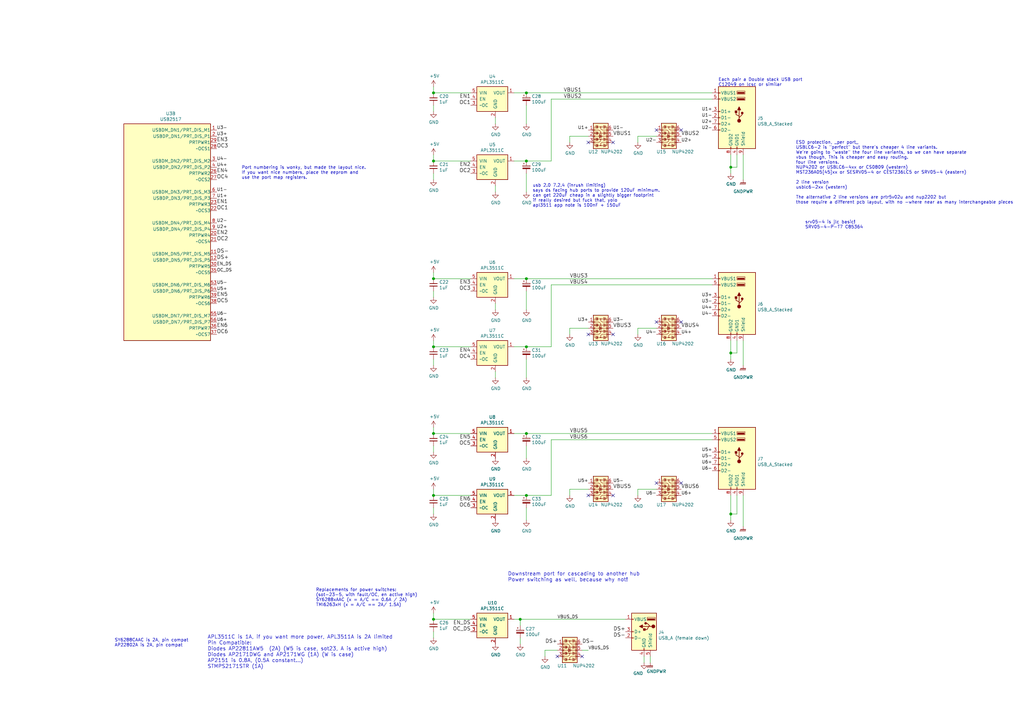
<source format=kicad_sch>
(kicad_sch (version 20211123) (generator eeschema)
  (paper "A3")
  (lib_symbols
    (symbol "Connector:USB_A" (pin_names (offset 1.016))
      (property "Reference" "J" (at -5.08 11.43 0))
      (property "Value" "USB_A" (at -5.08 8.89 0))
      (symbol "USB_A_0_1"
        (rectangle (start -5.08 -7.62) (end 5.08 7.62) (stroke (width 0.254)) (fill (type background)))
        (circle (center -3.81 2.159) (radius 0.635) (stroke (width 0.254)) (fill (type outline)))
        (rectangle (start -1.524 4.826) (end -4.318 5.334) (fill (type outline)))
        (rectangle (start -1.27 4.572) (end -4.572 5.842))
        (circle (center -0.635 3.429) (radius 0.381) (stroke (width 0.254)) (fill (type outline)))
        (rectangle (start -0.127 -7.62) (end 0.127 -6.858))
        (polyline (pts (xy -3.175 2.159) (xy -2.54 2.159) (xy -1.27 3.429) (xy -0.635 3.429)) (stroke (width 0.254)))
        (polyline (pts (xy -2.54 2.159) (xy -1.905 2.159) (xy -1.27 0.889) (xy 0 0.889)) (stroke (width 0.254)))
        (polyline (pts (xy 0.635 2.794) (xy 0.635 1.524) (xy 1.905 2.159) (xy 0.635 2.794)) (stroke (width 0.254)) (fill (type outline)))
        (rectangle (start 0.254 1.27) (end -0.508 0.508) (stroke (width 0.254)) (fill (type outline)))
        (rectangle (start 5.08 -2.667) (end 4.318 -2.413))
        (rectangle (start 5.08 -0.127) (end 4.318 0.127))
        (rectangle (start 5.08 4.953) (end 4.318 5.207))
      )
      (symbol "USB_A_1_1"
        (polyline (pts (xy -1.905 2.159) (xy 0.635 2.159)) (stroke (width 0.254)))
        (pin power_in line (at 7.62 5.08 180) (length 2.54) (name "VBUS") (number "1"))
        (pin bidirectional line (at 7.62 -2.54 180) (length 2.54) (name "D-") (number "2"))
        (pin bidirectional line (at 7.62 0 180) (length 2.54) (name "D+") (number "3"))
        (pin power_in line (at 0 -10.16 90) (length 2.54) (name "GND") (number "4"))
        (pin passive line (at -2.54 -10.16 90) (length 2.54) (name "Shield") (number "5"))
      )
    )
    (symbol "Connector:USB_A_Stacked" (pin_names (offset 1.016))
      (property "Reference" "J" (at 0 15.875 0))
      (property "Value" "USB_A_Stacked" (at 0 13.97 0))
      (symbol "USB_A_Stacked_0_1"
        (rectangle (start -7.62 12.7) (end 7.62 -12.7) (stroke (width 0.254)) (fill (type background)))
        (circle (center -2.159 1.905) (radius 0.381) (stroke (width 0.254)) (fill (type outline)))
        (circle (center -0.889 -1.27) (radius 0.635) (stroke (width 0.254)) (fill (type outline)))
        (rectangle (start -0.254 7.366) (end -3.048 7.874) (fill (type outline)))
        (rectangle (start -0.254 9.906) (end -3.048 10.414) (fill (type outline)))
        (rectangle (start -0.127 -12.7) (end 0.127 -11.938))
        (polyline (pts (xy -1.524 3.175) (xy -0.254 3.175) (xy -0.889 4.445) (xy -1.524 3.175)) (stroke (width 0.254)) (fill (type outline)))
        (polyline (pts (xy -0.889 -0.635) (xy -0.889 0) (xy -2.159 1.27) (xy -2.159 1.905)) (stroke (width 0.254)))
        (polyline (pts (xy -0.889 0) (xy -0.889 0.635) (xy 0.381 1.27) (xy 0.381 2.54)) (stroke (width 0.254)))
        (rectangle (start 0 2.794) (end 0.762 2.032) (stroke (width 0.254)) (fill (type outline)))
        (rectangle (start 0 7.112) (end -3.302 8.382))
        (rectangle (start 0 9.652) (end -3.302 10.922))
        (rectangle (start 2.413 -12.7) (end 2.667 -11.938))
        (rectangle (start 7.62 -5.207) (end 6.858 -4.953))
        (rectangle (start 7.62 -2.667) (end 6.858 -2.413))
        (rectangle (start 7.62 -0.127) (end 6.858 0.127))
        (rectangle (start 7.62 2.413) (end 6.858 2.667))
        (rectangle (start 7.62 7.493) (end 6.858 7.747))
        (rectangle (start 7.62 10.033) (end 6.858 10.287))
      )
      (symbol "USB_A_Stacked_1_1"
        (polyline (pts (xy -0.889 0.635) (xy -0.889 3.175)) (stroke (width 0.254)))
        (pin power_in line (at 10.16 10.16 180) (length 2.54) (name "VBUS1") (number "1"))
        (pin bidirectional line (at 10.16 0 180) (length 2.54) (name "D1-") (number "2"))
        (pin bidirectional line (at 10.16 2.54 180) (length 2.54) (name "D1+") (number "3"))
        (pin power_in line (at 0 -15.24 90) (length 2.54) (name "GND1") (number "4"))
        (pin power_in line (at 10.16 7.62 180) (length 2.54) (name "VBUS2") (number "5"))
        (pin bidirectional line (at 10.16 -5.08 180) (length 2.54) (name "D2-") (number "6"))
        (pin bidirectional line (at 10.16 -2.54 180) (length 2.54) (name "D2+") (number "7"))
        (pin power_in line (at 2.54 -15.24 90) (length 2.54) (name "GND2") (number "8"))
        (pin passive line (at -2.54 -15.24 90) (length 2.54) (name "Shield") (number "9"))
      )
    )
    (symbol "Device:C_Polarized_Small" (pin_numbers hide) (pin_names (offset 0.254) hide)
      (property "Reference" "C" (at 0.254 1.778 0))
      (property "Value" "C_Polarized_Small" (at 0.254 -2.032 0))
      (symbol "C_Polarized_Small_0_1"
        (rectangle (start -1.524 -0.3048) (end 1.524 -0.6858) (fill (type outline)))
        (rectangle (start -1.524 0.6858) (end 1.524 0.3048))
        (polyline (pts (xy -1.27 1.524) (xy -0.762 1.524)))
        (polyline (pts (xy -1.016 1.27) (xy -1.016 1.778)))
      )
      (symbol "C_Polarized_Small_1_1"
        (pin passive line (at 0 2.54 270) (length 1.8542) (name "~") (number "1"))
        (pin passive line (at 0 -2.54 90) (length 1.8542) (name "~") (number "2"))
      )
    )
    (symbol "Device:C_Small" (pin_numbers hide) (pin_names (offset 0.254) hide)
      (property "Reference" "C" (at 0.254 1.778 0))
      (property "Value" "C_Small" (at 0.254 -2.032 0))
      (symbol "C_Small_0_1"
        (polyline (pts (xy -1.524 -0.508) (xy 1.524 -0.508)) (stroke (width 0.3302)))
        (polyline (pts (xy -1.524 0.508) (xy 1.524 0.508)) (stroke (width 0.3048)))
      )
      (symbol "C_Small_1_1"
        (pin passive line (at 0 2.54 270) (length 2.032) (name "~") (number "1"))
        (pin passive line (at 0 -2.54 90) (length 2.032) (name "~") (number "2"))
      )
    )
    (symbol "Interface_USB:USB2517" (pin_names (offset 0.002))
      (property "Reference" "U" (at -17.78 45.72 0))
      (property "Value" "USB2517" (at 17.78 45.72 0))
      (symbol "USB2517_1_1"
        (rectangle (start -20.32 35.56) (end 22.86 -38.1) (stroke (width 0.254)) (fill (type background)))
        (pin power_in line (at 5.08 38.1 270) (length 2.54) (name "VDDA33") (number "10"))
        (pin input line (at -22.86 -2.54 0) (length 2.54) (name "CFG_SEL2") (number "13"))
        (pin bidirectional line (at 25.4 7.62 180) (length 2.54) (name "~LED_B7") (number "14"))
        (pin bidirectional line (at 25.4 -17.78 180) (length 2.54) (name "~LED_A7~/PRT_SWP7") (number "15"))
        (pin bidirectional line (at 25.4 10.16 180) (length 2.54) (name "~LED_B6") (number "16"))
        (pin bidirectional line (at 25.4 -15.24 180) (length 2.54) (name "~LED_A6~/PRT_SWP6") (number "17"))
        (pin bidirectional line (at 25.4 12.7 180) (length 2.54) (name "~LED_B5") (number "18"))
        (pin input line (at 25.4 -33.02 180) (length 2.54) (name "TEST") (number "19"))
        (pin power_in line (at -5.08 38.1 270) (length 2.54) (name "VDD33CR") (number "24"))
        (pin power_out line (at 25.4 -25.4 180) (length 2.54) (name "VDD18") (number "25"))
        (pin bidirectional line (at 25.4 -12.7 180) (length 2.54) (name "~LED_A5~/PRT_SWP5") (number "31"))
        (pin bidirectional line (at 25.4 15.24 180) (length 2.54) (name "~LED_B4") (number "32"))
        (pin bidirectional line (at 25.4 -10.16 180) (length 2.54) (name "~LED_A4~/PRT_SWP4") (number "33"))
        (pin bidirectional line (at 25.4 17.78 180) (length 2.54) (name "~LED_B3~/GANG_EN") (number "34"))
        (pin bidirectional line (at -22.86 5.08 0) (length 2.54) (name "SDA/SMBDATA/NON_REM1") (number "40"))
        (pin bidirectional line (at -22.86 2.54 0) (length 2.54) (name "SCL/SMBCLK/CFG_SEL0") (number "41"))
        (pin bidirectional line (at -22.86 0 0) (length 2.54) (name "HS_IND/CFG_SEL1") (number "42"))
        (pin input line (at -22.86 -33.02 0) (length 2.54) (name "~RESET") (number "43"))
        (pin input line (at -22.86 22.86 0) (length 2.54) (name "VBUS_DET") (number "44"))
        (pin bidirectional line (at -22.86 7.62 0) (length 2.54) (name "SUSP_IND/LOCAL_PWR/NON_REM0") (number "45"))
        (pin power_in line (at 15.24 38.1 270) (length 2.54) (name "VDD33") (number "46"))
        (pin bidirectional line (at 25.4 -7.62 180) (length 2.54) (name "~LED_A3~/PRT_SWP3") (number "47"))
        (pin bidirectional line (at 25.4 20.32 180) (length 2.54) (name "~LED_B2~/BOOST1") (number "48"))
        (pin bidirectional line (at 25.4 -5.08 180) (length 2.54) (name "~LED_A2~/PRT_SWP2") (number "49"))
        (pin power_in line (at 2.54 38.1 270) (length 2.54) (name "VDDA33") (number "5"))
        (pin bidirectional line (at 25.4 22.86 180) (length 2.54) (name "~LED_B1~/BOOST0") (number "50"))
        (pin bidirectional line (at 25.4 -2.54 180) (length 2.54) (name "~LED_A1~/PRT_SWP1") (number "51"))
        (pin power_in line (at 7.62 38.1 270) (length 2.54) (name "VDDA33") (number "52"))
        (pin power_in line (at 10.16 38.1 270) (length 2.54) (name "VDDA33") (number "57"))
        (pin bidirectional line (at -22.86 17.78 0) (length 2.54) (name "USBDM_UP") (number "58"))
        (pin bidirectional line (at -22.86 15.24 0) (length 2.54) (name "USBDP_UP") (number "59"))
        (pin output line (at -22.86 -20.32 0) (length 2.54) (name "XTAL2") (number "60"))
        (pin input clock (at -22.86 -12.7 0) (length 2.54) (name "XTAL1/CLKIN") (number "61"))
        (pin power_out line (at 25.4 -22.86 180) (length 2.54) (name "VDD18PLL") (number "62"))
        (pin input line (at 25.4 -30.48 180) (length 2.54) (name "RBIAS") (number "63"))
        (pin power_in line (at -2.54 38.1 270) (length 2.54) (name "VDD33PLL") (number "64"))
        (pin power_in line (at 0 -40.64 90) (length 2.54) (name "VSS") (number "65"))
      )
      (symbol "USB2517_2_1"
        (rectangle (start 17.78 43.18) (end -17.78 -45.72) (stroke (width 0.254)) (fill (type background)))
        (pin bidirectional line (at 20.32 40.64 180) (length 2.54) (name "USBDM_DN1/PRT_DIS_M1") (number "1"))
        (pin bidirectional line (at 20.32 -10.16 180) (length 2.54) (name "USBDM_DN5/PRT_DIS_M5") (number "11"))
        (pin bidirectional line (at 20.32 -12.7 180) (length 2.54) (name "USBDP_DN5/PRT_DIS_P5") (number "12"))
        (pin bidirectional line (at 20.32 38.1 180) (length 2.54) (name "USBDP_DN1/PRT_DIS_P1") (number "2"))
        (pin bidirectional line (at 20.32 -2.54 180) (length 2.54) (name "PRTPWR4") (number "20"))
        (pin input line (at 20.32 -5.08 180) (length 2.54) (name "~OCS4") (number "21"))
        (pin input line (at 20.32 7.62 180) (length 2.54) (name "~OCS3") (number "22"))
        (pin bidirectional line (at 20.32 10.16 180) (length 2.54) (name "PRTPWR3") (number "23"))
        (pin bidirectional line (at 20.32 22.86 180) (length 2.54) (name "PRTPWR2") (number "26"))
        (pin input line (at 20.32 20.32 180) (length 2.54) (name "~OCS2") (number "27"))
        (pin input line (at 20.32 33.02 180) (length 2.54) (name "~OCS1") (number "28"))
        (pin bidirectional line (at 20.32 35.56 180) (length 2.54) (name "PRTPWR1") (number "29"))
        (pin bidirectional line (at 20.32 27.94 180) (length 2.54) (name "USBDM_DN2/PRT_DIS_M2") (number "3"))
        (pin bidirectional line (at 20.32 -15.24 180) (length 2.54) (name "PRTPWR5") (number "30"))
        (pin input line (at 20.32 -17.78 180) (length 2.54) (name "~OCS5") (number "35"))
        (pin bidirectional line (at 20.32 -40.64 180) (length 2.54) (name "PRTPWR7") (number "36"))
        (pin input line (at 20.32 -43.18 180) (length 2.54) (name "~OCS7") (number "37"))
        (pin input line (at 20.32 -30.48 180) (length 2.54) (name "~OCS6") (number "38"))
        (pin bidirectional line (at 20.32 -27.94 180) (length 2.54) (name "PRTPWR6") (number "39"))
        (pin bidirectional line (at 20.32 25.4 180) (length 2.54) (name "USBDP_DN2/PRT_DIS_P2") (number "4"))
        (pin bidirectional line (at 20.32 -22.86 180) (length 2.54) (name "USBDM_DN6/PRT_DIS_M6") (number "53"))
        (pin bidirectional line (at 20.32 -25.4 180) (length 2.54) (name "USBDP_DN6/PRT_DIS_P6") (number "54"))
        (pin bidirectional line (at 20.32 -35.56 180) (length 2.54) (name "USBDM_DN7/PRT_DIS_M7") (number "55"))
        (pin bidirectional line (at 20.32 -38.1 180) (length 2.54) (name "USBDP_DN7/PRT_DIS_P7") (number "56"))
        (pin bidirectional line (at 20.32 15.24 180) (length 2.54) (name "USBDM_DN3/PRT_DIS_M3") (number "6"))
        (pin bidirectional line (at 20.32 12.7 180) (length 2.54) (name "USBDP_DN3/PRT_DIS_P3") (number "7"))
        (pin bidirectional line (at 20.32 2.54 180) (length 2.54) (name "USBDM_DN4/PRT_DIS_M4") (number "8"))
        (pin bidirectional line (at 20.32 0 180) (length 2.54) (name "USBDP_DN4/PRT_DIS_P4") (number "9"))
      )
    )
    (symbol "Power_Management:APL3511C" (pin_names (offset 1.016))
      (property "Reference" "U" (at 7.62 6.35 0))
      (property "Value" "APL3511C" (at 0 6.35 0))
      (symbol "APL3511C_0_1"
        (rectangle (start -5.08 5.08) (end 7.62 -5.08) (stroke (width 0.254)) (fill (type background)))
      )
      (symbol "APL3511C_1_1"
        (pin power_out line (at 10.16 2.54 180) (length 2.54) (name "VOUT") (number "1"))
        (pin power_in line (at 2.54 -7.62 90) (length 2.54) (name "GND") (number "2"))
        (pin output line (at -7.62 -2.54 0) (length 2.54) (name "~OC") (number "3"))
        (pin input line (at -7.62 0 0) (length 2.54) (name "EN") (number "4"))
        (pin power_in line (at -7.62 2.54 0) (length 2.54) (name "VIN") (number "5"))
      )
    )
    (symbol "Power_Protection:NUP4202"
      (property "Reference" "U" (at -6.985 -2.54 0))
      (property "Value" "NUP4202" (at 6.35 1.27 90))
      (symbol "NUP4202_0_1"
        (rectangle (start -5.334 3.048) (end 5.08 -3.048) (stroke (width 0.254)) (fill (type background)))
        (circle (center -3.81 0) (radius 0.127))
        (circle (center -3.81 0) (radius 0.127))
        (circle (center -1.27 -2.54) (radius 0.127))
        (circle (center -1.27 -2.54) (radius 0.127))
        (circle (center -1.27 0) (radius 0.127))
        (circle (center -1.27 0) (radius 0.127))
        (circle (center -1.27 2.54) (radius 0.127))
        (circle (center -1.27 2.54) (radius 0.127))
        (circle (center 0 -2.54) (radius 0.127))
        (circle (center 0 -2.54) (radius 0.127))
        (polyline (pts (xy -4.445 -1.27) (xy -3.175 -1.27)))
        (polyline (pts (xy -4.445 -1.27) (xy -3.175 -1.27)))
        (polyline (pts (xy -4.445 1.905) (xy -3.175 1.905)))
        (polyline (pts (xy -3.81 -2.54) (xy -3.81 -0.635)))
        (polyline (pts (xy -3.81 -2.54) (xy 3.81 -2.54)))
        (polyline (pts (xy -3.81 -0.635) (xy -3.81 0.635)))
        (polyline (pts (xy -3.81 0.635) (xy -3.81 2.54)))
        (polyline (pts (xy -3.81 2.54) (xy 3.81 2.54)))
        (polyline (pts (xy -3.81 2.54) (xy 3.81 2.54)))
        (polyline (pts (xy -1.905 -1.27) (xy -0.635 -1.27)))
        (polyline (pts (xy -1.905 -1.27) (xy -0.635 -1.27)))
        (polyline (pts (xy -1.905 1.905) (xy -0.635 1.905)))
        (polyline (pts (xy -1.27 -2.54) (xy -1.27 -0.635)))
        (polyline (pts (xy -1.27 -2.54) (xy -1.27 -0.635)))
        (polyline (pts (xy -1.27 0.635) (xy -1.27 -0.635)))
        (polyline (pts (xy -1.27 0.635) (xy -1.27 2.54)))
        (polyline (pts (xy 0 -0.889) (xy 0 -3.81)))
        (polyline (pts (xy 0 -0.889) (xy 0 1.016)))
        (polyline (pts (xy 0 -0.889) (xy 0 1.016)))
        (polyline (pts (xy 0 1.016) (xy 0 3.81)))
        (polyline (pts (xy 0.635 -1.27) (xy 1.905 -1.27)))
        (polyline (pts (xy 0.635 -1.27) (xy 1.905 -1.27)))
        (polyline (pts (xy 0.635 1.905) (xy 1.905 1.905)))
        (polyline (pts (xy 1.27 -2.54) (xy 1.27 -0.635)))
        (polyline (pts (xy 1.27 -2.54) (xy 1.27 -0.635)))
        (polyline (pts (xy 1.27 0.635) (xy 1.27 -0.635)))
        (polyline (pts (xy 1.27 0.635) (xy 1.27 2.54)))
        (polyline (pts (xy 3.175 -1.27) (xy 4.445 -1.27)))
        (polyline (pts (xy 3.175 -1.27) (xy 4.445 -1.27)))
        (polyline (pts (xy 3.175 1.905) (xy 4.445 1.905)))
        (polyline (pts (xy 3.81 -2.54) (xy 3.81 -0.635)))
        (polyline (pts (xy 3.81 0.635) (xy 3.81 -0.635)))
        (polyline (pts (xy 3.81 0.635) (xy 3.81 2.54)))
        (polyline (pts (xy 0.762 0.254) (xy -0.762 0.254) (xy -0.762 0)))
        (polyline (pts (xy -4.445 -1.905) (xy -3.175 -1.905) (xy -3.81 -1.27) (xy -4.445 -1.905)))
        (polyline (pts (xy -4.445 1.27) (xy -3.175 1.27) (xy -3.81 1.905) (xy -4.445 1.27)))
        (polyline (pts (xy -2.54 -3.81) (xy -2.54 -0.762) (xy -1.905 0) (xy -1.27 0)))
        (polyline (pts (xy -2.54 3.81) (xy -2.54 0.635) (xy -3.048 0) (xy -3.937 0)))
        (polyline (pts (xy -1.905 -1.905) (xy -0.635 -1.905) (xy -1.27 -1.27) (xy -1.905 -1.905)))
        (polyline (pts (xy -1.905 1.27) (xy -0.635 1.27) (xy -1.27 1.905) (xy -1.905 1.27)))
        (polyline (pts (xy -0.762 -0.508) (xy 0.762 -0.508) (xy 0 0.254) (xy -0.762 -0.508)))
        (polyline (pts (xy -0.762 -0.508) (xy 0.762 -0.508) (xy 0 0.254) (xy -0.762 -0.508)))
        (polyline (pts (xy 0.635 -1.905) (xy 1.905 -1.905) (xy 1.27 -1.27) (xy 0.635 -1.905)))
        (polyline (pts (xy 0.635 1.27) (xy 1.905 1.27) (xy 1.27 1.905) (xy 0.635 1.27)))
        (polyline (pts (xy 2.54 -3.81) (xy 2.54 -0.762) (xy 1.905 0) (xy 1.143 0)))
        (polyline (pts (xy 2.54 3.81) (xy 2.54 0.508) (xy 2.921 0) (xy 3.81 0)))
        (polyline (pts (xy 3.175 -1.905) (xy 4.445 -1.905) (xy 3.81 -1.27) (xy 3.175 -1.905)))
        (polyline (pts (xy 3.175 1.27) (xy 4.445 1.27) (xy 3.81 1.905) (xy 3.175 1.27)))
        (circle (center 0 2.54) (radius 0.127))
        (circle (center 0 2.54) (radius 0.127))
        (circle (center 1.27 -2.54) (radius 0.127))
        (circle (center 1.27 -2.54) (radius 0.127))
        (circle (center 1.27 0) (radius 0.127))
        (circle (center 1.27 0) (radius 0.127))
        (circle (center 1.27 2.54) (radius 0.127))
        (circle (center 1.27 2.54) (radius 0.127))
        (circle (center 3.81 0) (radius 0.127))
        (circle (center 3.81 0) (radius 0.127))
      )
      (symbol "NUP4202_1_1"
        (pin passive line (at -2.54 -5.08 90) (length 2.54) (name "~") (number "1"))
        (pin passive line (at 0 -5.08 90) (length 2.54) (name "~") (number "2"))
        (pin passive line (at 2.54 -5.08 90) (length 2.54) (name "~") (number "3"))
        (pin passive line (at 2.54 5.08 270) (length 2.54) (name "~") (number "4"))
        (pin passive line (at 0 5.08 270) (length 2.54) (name "~") (number "5"))
        (pin passive line (at -2.54 5.08 270) (length 2.54) (name "~") (number "6"))
      )
    )
    (symbol "power:+5V" (power) (pin_names (offset 0))
      (property "Value" "+5V" (at 0 3.556 0))
      (symbol "+5V_0_1"
        (polyline (pts (xy -0.762 1.27) (xy 0 2.54)))
        (polyline (pts (xy 0 0) (xy 0 2.54)))
        (polyline (pts (xy 0 2.54) (xy 0.762 1.27)))
      )
      (symbol "+5V_1_1"
        (pin power_in line (at 0 0 90) (length 0) hide (name "+5V") (number "1"))
      )
    )
    (symbol "power:GND" (power) (pin_names (offset 0))
      (property "Value" "GND" (at 0 -3.81 0))
      (symbol "GND_0_1"
        (polyline (pts (xy 0 0) (xy 0 -1.27) (xy 1.27 -1.27) (xy 0 -2.54) (xy -1.27 -1.27) (xy 0 -1.27)))
      )
      (symbol "GND_1_1"
        (pin power_in line (at 0 0 270) (length 0) hide (name "GND") (number "1"))
      )
    )
    (symbol "power:GNDPWR" (power) (pin_names (offset 0))
      (property "Value" "GNDPWR" (at 0 -3.302 0))
      (symbol "GNDPWR_0_1"
        (polyline (pts (xy 0 -1.27) (xy 0 0)))
        (polyline (pts (xy -1.016 -1.27) (xy -1.27 -2.032) (xy -1.27 -2.032)) (stroke (width 0.2032)))
        (polyline (pts (xy -0.508 -1.27) (xy -0.762 -2.032) (xy -0.762 -2.032)) (stroke (width 0.2032)))
        (polyline (pts (xy 0 -1.27) (xy -0.254 -2.032) (xy -0.254 -2.032)) (stroke (width 0.2032)))
        (polyline (pts (xy 0.508 -1.27) (xy 0.254 -2.032) (xy 0.254 -2.032)) (stroke (width 0.2032)))
        (polyline (pts (xy 1.016 -1.27) (xy -1.016 -1.27) (xy -1.016 -1.27)) (stroke (width 0.2032)))
        (polyline (pts (xy 1.016 -1.27) (xy 0.762 -2.032) (xy 0.762 -2.032) (xy 0.762 -2.032)) (stroke (width 0.2032)))
      )
      (symbol "GNDPWR_1_1"
        (pin power_in line (at 0 0 270) (length 0) hide (name "GNDPWR") (number "1"))
      )
    )
  )
  (junction (at 177.8 38.1) (diameter 1.016))
  (junction (at 177.8 142.24) (diameter 1.016))
  (junction (at 177.8 203.2) (diameter 1.016))
  (junction (at 299.72 144.78) (diameter 1.016))
  (junction (at 215.9 38.1) (diameter 1.016))
  (junction (at 215.9 142.24) (diameter 1.016))
  (junction (at 177.8 66.04) (diameter 1.016))
  (junction (at 299.72 68.58) (diameter 1.016))
  (junction (at 299.72 210.82) (diameter 1.016))
  (junction (at 215.9 66.04) (diameter 1.016))
  (junction (at 177.8 177.8) (diameter 1.016))
  (junction (at 215.9 114.3) (diameter 1.016))
  (junction (at 177.8 254) (diameter 1.016))
  (junction (at 215.9 203.2) (diameter 1.016))
  (junction (at 213.36 254) (diameter 1.016))
  (junction (at 215.9 177.8) (diameter 1.016))
  (junction (at 177.8 114.3) (diameter 1.016))
  (no_connect (at 279.4 132.08))
  (no_connect (at 279.4 198.12))
  (no_connect (at 251.46 203.2))
  (no_connect (at 251.46 137.16))
  (no_connect (at 251.46 58.42))
  (no_connect (at 279.4 53.34))
  (no_connect (at 241.3 203.2))
  (no_connect (at 238.76 269.24))
  (no_connect (at 241.3 137.16))
  (no_connect (at 269.24 198.12))
  (no_connect (at 269.24 132.08))
  (no_connect (at 269.24 53.34))
  (no_connect (at 228.6 269.24))
  (no_connect (at 241.3 58.42))
  (wire (pts (xy 299.72 213.36) (xy 299.72 210.82)))
  (wire (pts (xy 210.82 38.1) (xy 215.9 38.1)))
  (wire (pts (xy 215.9 38.1) (xy 292.1 38.1)))
  (wire (pts (xy 215.9 43.18) (xy 215.9 50.8)))
  (wire (pts (xy 226.06 40.64) (xy 226.06 66.04)))
  (wire (pts (xy 302.26 144.78) (xy 299.72 144.78)))
  (wire (pts (xy 177.8 203.2) (xy 193.04 203.2)))
  (wire (pts (xy 210.82 203.2) (xy 215.9 203.2)))
  (wire (pts (xy 215.9 203.2) (xy 226.06 203.2)))
  (wire (pts (xy 203.2 124.46) (xy 203.2 127)))
  (wire (pts (xy 223.52 266.7) (xy 223.52 269.24)))
  (wire (pts (xy 215.9 208.28) (xy 215.9 213.36)))
  (wire (pts (xy 302.26 68.58) (xy 299.72 68.58)))
  (wire (pts (xy 304.8 139.7) (xy 304.8 149.86)))
  (wire (pts (xy 241.3 134.62) (xy 233.68 134.62)))
  (wire (pts (xy 177.8 66.04) (xy 177.8 63.5)))
  (wire (pts (xy 193.04 66.04) (xy 177.8 66.04)))
  (wire (pts (xy 203.2 154.94) (xy 203.2 152.4)))
  (wire (pts (xy 203.2 78.74) (xy 203.2 76.2)))
  (wire (pts (xy 304.8 63.5) (xy 304.8 73.66)))
  (wire (pts (xy 215.9 182.88) (xy 215.9 187.96)))
  (wire (pts (xy 238.76 266.7) (xy 241.3 266.7)))
  (wire (pts (xy 261.62 134.62) (xy 261.62 137.16)))
  (wire (pts (xy 302.26 139.7) (xy 302.26 144.78)))
  (wire (pts (xy 177.8 147.32) (xy 177.8 149.86)))
  (wire (pts (xy 215.9 119.38) (xy 215.9 127)))
  (wire (pts (xy 269.24 55.88) (xy 261.62 55.88)))
  (wire (pts (xy 269.24 134.62) (xy 261.62 134.62)))
  (wire (pts (xy 269.24 200.66) (xy 261.62 200.66)))
  (wire (pts (xy 177.8 254) (xy 193.04 254)))
  (wire (pts (xy 177.8 208.28) (xy 177.8 210.82)))
  (wire (pts (xy 177.8 182.88) (xy 177.8 185.42)))
  (wire (pts (xy 177.8 43.18) (xy 177.8 45.72)))
  (wire (pts (xy 266.7 269.24) (xy 266.7 271.78)))
  (wire (pts (xy 226.06 116.84) (xy 292.1 116.84)))
  (wire (pts (xy 210.82 142.24) (xy 215.9 142.24)))
  (wire (pts (xy 215.9 142.24) (xy 226.06 142.24)))
  (wire (pts (xy 213.36 261.62) (xy 213.36 264.16)))
  (wire (pts (xy 203.2 48.26) (xy 203.2 50.8)))
  (wire (pts (xy 177.8 259.08) (xy 177.8 261.62)))
  (wire (pts (xy 226.06 116.84) (xy 226.06 142.24)))
  (wire (pts (xy 213.36 254) (xy 256.54 254)))
  (wire (pts (xy 177.8 177.8) (xy 193.04 177.8)))
  (wire (pts (xy 233.68 200.66) (xy 233.68 203.2)))
  (wire (pts (xy 241.3 55.88) (xy 233.68 55.88)))
  (wire (pts (xy 210.82 177.8) (xy 215.9 177.8)))
  (wire (pts (xy 215.9 177.8) (xy 292.1 177.8)))
  (wire (pts (xy 177.8 175.26) (xy 177.8 177.8)))
  (wire (pts (xy 215.9 71.12) (xy 215.9 78.74)))
  (wire (pts (xy 177.8 35.56) (xy 177.8 38.1)))
  (wire (pts (xy 302.26 203.2) (xy 302.26 210.82)))
  (wire (pts (xy 177.8 111.76) (xy 177.8 114.3)))
  (wire (pts (xy 215.9 147.32) (xy 215.9 154.94)))
  (wire (pts (xy 177.8 38.1) (xy 193.04 38.1)))
  (wire (pts (xy 210.82 66.04) (xy 215.9 66.04)))
  (wire (pts (xy 215.9 66.04) (xy 226.06 66.04)))
  (wire (pts (xy 226.06 180.34) (xy 292.1 180.34)))
  (wire (pts (xy 261.62 55.88) (xy 261.62 58.42)))
  (wire (pts (xy 302.26 210.82) (xy 299.72 210.82)))
  (wire (pts (xy 177.8 119.38) (xy 177.8 121.92)))
  (wire (pts (xy 233.68 134.62) (xy 233.68 137.16)))
  (wire (pts (xy 177.8 251.46) (xy 177.8 254)))
  (wire (pts (xy 299.72 71.12) (xy 299.72 68.58)))
  (wire (pts (xy 210.82 114.3) (xy 215.9 114.3)))
  (wire (pts (xy 241.3 200.66) (xy 233.68 200.66)))
  (wire (pts (xy 226.06 40.64) (xy 292.1 40.64)))
  (wire (pts (xy 177.8 71.12) (xy 177.8 73.66)))
  (wire (pts (xy 177.8 139.7) (xy 177.8 142.24)))
  (wire (pts (xy 304.8 203.2) (xy 304.8 215.9)))
  (wire (pts (xy 299.72 147.32) (xy 299.72 144.78)))
  (wire (pts (xy 215.9 114.3) (xy 292.1 114.3)))
  (wire (pts (xy 177.8 114.3) (xy 193.04 114.3)))
  (wire (pts (xy 177.8 200.66) (xy 177.8 203.2)))
  (wire (pts (xy 302.26 63.5) (xy 302.26 68.58)))
  (wire (pts (xy 213.36 254) (xy 213.36 256.54)))
  (wire (pts (xy 210.82 254) (xy 213.36 254)))
  (wire (pts (xy 264.16 269.24) (xy 264.16 271.78)))
  (wire (pts (xy 226.06 180.34) (xy 226.06 203.2)))
  (wire (pts (xy 299.72 68.58) (xy 299.72 63.5)))
  (wire (pts (xy 261.62 200.66) (xy 261.62 203.2)))
  (wire (pts (xy 233.68 55.88) (xy 233.68 58.42)))
  (wire (pts (xy 228.6 266.7) (xy 223.52 266.7)))
  (wire (pts (xy 177.8 142.24) (xy 193.04 142.24)))
  (wire (pts (xy 299.72 144.78) (xy 299.72 139.7)))
  (wire (pts (xy 299.72 210.82) (xy 299.72 203.2)))
  (text "Downstream port for cascading to another hub\nPower switching as well, because why not!" (at 208.28 238.76 0) (effects (font (size 1.499 1.499)) (justify left bottom)))
  (text "srv05-4 is jlc basic!\nSRV05-4-P-T7 C85364\n" (at 330.2 93.98 0) (effects (font (size 1.27 1.27)) (justify left bottom)))
  (text "usb 2.0 7.2.4 (inrush limiting)\nsays ds facing hub ports to provide 120uF minimum.\ncan get 220uF cheap in a slightly bigger footprint\nif really desired but fuck that, yolo\napl3511 app note is 100nF + 150uF " (at 218.44 85.09 0) (effects (font (size 1.27 1.27)) (justify left bottom)))
  (text "Each pair a Double stack USB port\nC12049 on lcsc or similar" (at 294.64 35.56 0) (effects (font (size 1.27 1.27)) (justify left bottom)))
  (text "Replacements for power switches:\n(sot-23-5, with fault/OC, en active high)\nSY6288xAAC (x = A/C == 0.6A / 2A)\nTMI6263xH (x = A/C == 2A/ 1.5A)" (at 129.54 248.92 0) (effects (font (size 1.27 1.27)) (justify left bottom)))
  (text "SY6288CAAC is 2A, pin compat\nAP22802A is 2A, pin compat	\n" (at 46.99 265.43 0) (effects (font (size 1.27 1.27)) (justify left bottom)))
  (text "APL3511C is 1A, if you want more power, APL3511A is 2A limited\nPin Compatible:\nDiodes AP22811AW5  (2A) (W5 is case, sot23, A is active high)\nDiodes AP2171DWG and AP2171WG (1A) (W is case)\nAP2151 is 0.8A, (0.5A constant...)\nSTMPS2171STR (1A)\n" (at 85.09 274.32 0) (effects (font (size 1.4986 1.4986)) (justify left bottom)))
  (text "ESD protection, _per port_\nUSBLC6-2 is \"perfect\" but there's cheaper 4 line variants.\nWe're going to \"waste\" the four line variants, so we can have separate\nvbus though, This is cheaper and easy routing.\nfour line versions. \nNUP4202 or USBLC6-4xx or CS0809 (western)\nMST236A05[45]xx or SESRV05-4 or CEST236LC5 or SRV05-4 (eastern)\n\n2 line version\nusblc6-2xx (western)\n\nThe alternative 2 line versions are prtr5v02u and nup2202 but \nthose require a different pcb layout, with no -where near as many interchangeable pieces" (at 326.39 83.82 0) (effects (font (size 1.27 1.27)) (justify left bottom)))
  (text "Port numbering is wonky, but made the layout nice.\nIf you want nice numbers, place the eeprom and\nuse the port map registers." (at 99.06 73.66 0) (effects (font (size 1.27 1.27)) (justify left bottom)))
  (label "VBUS_DS" (at 228.6 254 0))
  (label "EN4" (at 193.04 144.78 180) (effects (font (size 1.4986 1.4986))))
  (label "VBUS6" (at 279.4 200.66 0) (effects (font (size 1.4986 1.4986))))
  (label "U4+" (at 292.1 127 180))
  (label "U2-" (at 88.9 91.44 0))
  (label "EN3" (at 193.04 116.84 180) (effects (font (size 1.4986 1.4986))))
  (label "U1-" (at 292.1 48.26 180))
  (label "EN6" (at 193.04 205.74 180) (effects (font (size 1.4986 1.4986))))
  (label "U1-" (at 251.46 53.34 0))
  (label "U1+" (at 241.3 53.34 180))
  (label "DS+" (at 256.54 259.08 180) (effects (font (size 1.4986 1.4986))))
  (label "U4-" (at 292.1 129.54 180))
  (label "U3+" (at 241.3 132.08 180))
  (label "U2-" (at 292.1 53.34 180))
  (label "U2+" (at 292.1 50.8 180))
  (label "OC6" (at 88.9 137.16 0) (effects (font (size 1.4986 1.4986))))
  (label "U3+" (at 292.1 121.92 180))
  (label "OC_DS" (at 193.04 259.08 180) (effects (font (size 1.499 1.499))))
  (label "VBUS1" (at 251.46 55.88 0) (effects (font (size 1.4986 1.4986))))
  (label "VBUS2" (at 279.4 55.88 0) (effects (font (size 1.4986 1.4986))))
  (label "VBUS3" (at 251.46 134.62 0) (effects (font (size 1.4986 1.4986))))
  (label "OC4" (at 193.04 147.32 180) (effects (font (size 1.4986 1.4986))))
  (label "EN4" (at 88.9 71.12 0) (effects (font (size 1.4986 1.4986))))
  (label "DS-" (at 238.76 264.16 0) (effects (font (size 1.4986 1.4986))))
  (label "U2+" (at 88.9 93.98 0))
  (label "VBUS6" (at 233.68 180.34 0) (effects (font (size 1.4986 1.4986))))
  (label "OC2" (at 193.04 71.12 180) (effects (font (size 1.4986 1.4986))))
  (label "U6+" (at 88.9 132.08 0))
  (label "U6-" (at 88.9 129.54 0))
  (label "U2-" (at 269.24 58.42 180))
  (label "OC5" (at 88.9 124.46 0) (effects (font (size 1.4986 1.4986))))
  (label "VBUS5" (at 251.46 200.66 0) (effects (font (size 1.4986 1.4986))))
  (label "OC4" (at 88.9 73.66 0) (effects (font (size 1.4986 1.4986))))
  (label "OC3" (at 88.9 60.96 0) (effects (font (size 1.4986 1.4986))))
  (label "EN3" (at 88.9 58.42 0) (effects (font (size 1.4986 1.4986))))
  (label "VBUS4" (at 279.4 134.62 0) (effects (font (size 1.4986 1.4986))))
  (label "U6+" (at 292.1 190.5 180))
  (label "EN5" (at 88.9 121.92 0) (effects (font (size 1.4986 1.4986))))
  (label "U5+" (at 241.3 198.12 180))
  (label "DS+" (at 88.9 106.68 0) (effects (font (size 1.4986 1.4986))))
  (label "U6+" (at 279.4 203.2 0))
  (label "U3-" (at 251.46 132.08 0))
  (label "U1+" (at 292.1 45.72 180))
  (label "VBUS3" (at 233.68 114.3 0) (effects (font (size 1.4986 1.4986))))
  (label "VBUS_DS" (at 241.3 266.7 0))
  (label "EN2" (at 88.9 96.52 0) (effects (font (size 1.4986 1.4986))))
  (label "OC_DS" (at 88.9 111.76 0))
  (label "VBUS1" (at 231.14 38.1 0) (effects (font (size 1.4986 1.4986))))
  (label "OC3" (at 193.04 119.38 180) (effects (font (size 1.4986 1.4986))))
  (label "U5+" (at 292.1 185.42 180))
  (label "EN1" (at 88.9 83.82 0) (effects (font (size 1.4986 1.4986))))
  (label "U4+" (at 279.4 137.16 0))
  (label "EN_DS" (at 193.04 256.54 180) (effects (font (size 1.499 1.499))))
  (label "VBUS5" (at 233.68 177.8 0) (effects (font (size 1.4986 1.4986))))
  (label "U6-" (at 269.24 203.2 180))
  (label "DS-" (at 256.54 261.62 180) (effects (font (size 1.4986 1.4986))))
  (label "U4-" (at 88.9 66.04 0))
  (label "VBUS4" (at 233.68 116.84 0) (effects (font (size 1.4986 1.4986))))
  (label "U1+" (at 88.9 81.28 0))
  (label "VBUS2" (at 231.14 40.64 0) (effects (font (size 1.4986 1.4986))))
  (label "OC1" (at 193.04 43.18 180) (effects (font (size 1.4986 1.4986))))
  (label "U3-" (at 292.1 124.46 180))
  (label "U6-" (at 292.1 193.04 180))
  (label "EN6" (at 88.9 134.62 0) (effects (font (size 1.4986 1.4986))))
  (label "U5+" (at 88.9 119.38 0))
  (label "EN_DS" (at 88.9 109.22 0))
  (label "OC1" (at 88.9 86.36 0) (effects (font (size 1.4986 1.4986))))
  (label "U1-" (at 88.9 78.74 0))
  (label "DS+" (at 228.6 264.16 180) (effects (font (size 1.4986 1.4986))))
  (label "EN1" (at 193.04 40.64 180) (effects (font (size 1.4986 1.4986))))
  (label "OC2" (at 88.9 99.06 0) (effects (font (size 1.4986 1.4986))))
  (label "EN2" (at 193.04 68.58 180) (effects (font (size 1.4986 1.4986))))
  (label "OC6" (at 193.04 208.28 180) (effects (font (size 1.4986 1.4986))))
  (label "U5-" (at 251.46 198.12 0))
  (label "DS-" (at 88.9 104.14 0) (effects (font (size 1.4986 1.4986))))
  (label "U3+" (at 88.9 55.88 0))
  (label "OC5" (at 193.04 182.88 180) (effects (font (size 1.4986 1.4986))))
  (label "U5-" (at 292.1 187.96 180))
  (label "U4+" (at 88.9 68.58 0))
  (label "U5-" (at 88.9 116.84 0))
  (label "U3-" (at 88.9 53.34 0))
  (label "U4-" (at 269.24 137.16 180))
  (label "EN5" (at 193.04 180.34 180) (effects (font (size 1.4986 1.4986))))
  (label "U2+" (at 279.4 58.42 0))
  (symbol (lib_id "Connector:USB_A") (at 264.16 259.08 0) (mirror y) (unit 1)
    (property "Reference" "J4" (at 270.002 259.3594 0) (effects (justify right)))
    (property "Value" "USB_A (female down)" (at 270.002 261.6708 0) (effects (justify right)))
    (property "Footprint" "Connector_USB:USB_A_Stewart_SS-52100-001_Horizontal" (effects hide))
    (property "Datasheet" " ~" (effects hide))
    (property "MPN" "C42643 or SS-52100 compatible" (effects hide))
  )
  (symbol (lib_id "Power_Management:APL3511C") (at 200.66 180.34 0) (unit 1)
    (property "Reference" "U8" (at 201.93 171.069 0))
    (property "Value" "APL3511C" (at 201.93 173.3804 0))
    (property "Footprint" "Package_TO_SOT_SMD:SOT-23-5" (effects hide))
    (property "Datasheet" "http://www.anpec.com.tw/ashx_prod_file.ashx?prod_id=458&file_path=20180420152940150.pdf&original_name=APL3511A.pdf" (effects hide))
  )
  (symbol (lib_id "Power_Management:APL3511C") (at 200.66 205.74 0) (unit 1)
    (property "Reference" "U9" (at 201.93 196.469 0))
    (property "Value" "APL3511C" (at 201.93 198.7804 0))
    (property "Footprint" "Package_TO_SOT_SMD:SOT-23-5" (effects hide))
    (property "Datasheet" "http://www.anpec.com.tw/ashx_prod_file.ashx?prod_id=458&file_path=20180420152940150.pdf&original_name=APL3511A.pdf" (effects hide))
  )
  (symbol (lib_id "power:GND") (at 203.2 213.36 0) (unit 1)
    (property "Reference" "#PWR054" (effects hide))
    (property "Value" "GND" (at 203.327 217.7542 0))
  )
  (symbol (lib_id "power:GND") (at 299.72 213.36 0) (unit 1)
    (property "Reference" "#PWR074" (effects hide))
    (property "Value" "GND" (at 299.847 217.7542 0))
  )
  (symbol (lib_id "power:GND") (at 299.72 147.32 0) (unit 1)
    (property "Reference" "#PWR073" (effects hide))
    (property "Value" "GND" (at 299.847 151.7142 0))
  )
  (symbol (lib_id "power:GND") (at 203.2 154.94 0) (unit 1)
    (property "Reference" "#PWR052" (effects hide))
    (property "Value" "GND" (at 203.327 159.3342 0))
  )
  (symbol (lib_id "power:GND") (at 203.2 187.96 0) (unit 1)
    (property "Reference" "#PWR053" (effects hide))
    (property "Value" "GND" (at 203.327 192.3542 0))
  )
  (symbol (lib_id "power:GND") (at 203.2 127 0) (unit 1)
    (property "Reference" "#PWR051" (effects hide))
    (property "Value" "GND" (at 203.327 131.3942 0))
  )
  (symbol (lib_id "power:GND") (at 264.16 271.78 0) (unit 1)
    (property "Reference" "#PWR070" (effects hide))
    (property "Value" "GND" (at 261.747 276.1742 0))
  )
  (symbol (lib_id "Power_Management:APL3511C") (at 200.66 144.78 0) (unit 1)
    (property "Reference" "U7" (at 201.93 135.509 0))
    (property "Value" "APL3511C" (at 201.93 137.8204 0))
    (property "Footprint" "Package_TO_SOT_SMD:SOT-23-5" (effects hide))
    (property "Datasheet" "http://www.anpec.com.tw/ashx_prod_file.ashx?prod_id=458&file_path=20180420152940150.pdf&original_name=APL3511A.pdf" (effects hide))
  )
  (symbol (lib_id "Interface_USB:USB2517") (at 68.58 93.98 0) (unit 2)
    (property "Reference" "U3" (at 70.0278 46.5836 0))
    (property "Value" "USB2517" (at 70.0278 48.895 0))
    (property "Footprint" "Package_DFN_QFN:QFN-64-1EP_9x9mm_P0.5mm_EP4.7x4.7mm_ThermalVias" (effects hide))
    (property "Datasheet" "http://ww1.microchip.com/downloads/en/DeviceDoc/USB2517-USB2517i-Data-Sheet-00001598C.pdf" (effects hide))
    (property "MPN" "USB2517I-JZX-TR" (effects hide))
    (property "jlc-basic" "0" (effects hide))
    (property "lcsc#" "C626667" (effects hide))
  )
  (symbol (lib_id "Power_Management:APL3511C") (at 200.66 40.64 0) (unit 1)
    (property "Reference" "U4" (at 201.93 31.369 0))
    (property "Value" "APL3511C" (at 201.93 33.6804 0))
    (property "Footprint" "Package_TO_SOT_SMD:SOT-23-5" (effects hide))
    (property "Datasheet" "http://www.anpec.com.tw/ashx_prod_file.ashx?prod_id=458&file_path=20180420152940150.pdf&original_name=APL3511A.pdf" (effects hide))
  )
  (symbol (lib_id "power:+5V") (at 177.8 35.56 0) (unit 1)
    (property "Reference" "#PWR035" (effects hide))
    (property "Value" "+5V" (at 178.181 31.1658 0))
  )
  (symbol (lib_id "power:GND") (at 203.2 78.74 0) (unit 1)
    (property "Reference" "#PWR050" (effects hide))
    (property "Value" "GND" (at 203.327 83.1342 0))
  )
  (symbol (lib_id "power:GND") (at 299.72 71.12 0) (unit 1)
    (property "Reference" "#PWR072" (effects hide))
    (property "Value" "GND" (at 299.847 75.5142 0))
  )
  (symbol (lib_id "power:GND") (at 203.2 50.8 0) (unit 1)
    (property "Reference" "#PWR049" (effects hide))
    (property "Value" "GND" (at 203.327 55.1942 0))
  )
  (symbol (lib_id "power:GND") (at 177.8 45.72 0) (unit 1)
    (property "Reference" "#PWR036" (effects hide))
    (property "Value" "GND" (at 177.927 50.1142 0))
  )
  (symbol (lib_id "Device:C_Small") (at 177.8 68.58 0) (unit 1)
    (property "Reference" "C21" (at 180.1368 67.437 0) (effects (justify left)))
    (property "Value" "1uF" (at 180.1114 69.723 0) (effects (justify left)))
    (property "Footprint" "Capacitor_SMD:C_0603_1608Metric" (effects hide))
    (property "MPN" "CL10A105KB8NNNC" (effects hide))
    (property "jlc-basic" "1" (effects hide))
    (property "lcsc#" "C15849" (effects hide))
  )
  (symbol (lib_id "power:GND") (at 177.8 73.66 0) (unit 1)
    (property "Reference" "#PWR038" (effects hide))
    (property "Value" "GND" (at 177.927 78.0542 0))
  )
  (symbol (lib_id "Device:C_Small") (at 177.8 205.74 0) (unit 1)
    (property "Reference" "C25" (at 180.1368 204.597 0) (effects (justify left)))
    (property "Value" "1uF" (at 180.1114 206.883 0) (effects (justify left)))
    (property "Footprint" "Capacitor_SMD:C_0603_1608Metric" (effects hide))
    (property "MPN" "CL10A105KB8NNNC" (effects hide))
    (property "jlc-basic" "1" (effects hide))
    (property "lcsc#" "C15849" (effects hide))
  )
  (symbol (lib_id "power:GND") (at 177.8 210.82 0) (unit 1)
    (property "Reference" "#PWR046" (effects hide))
    (property "Value" "GND" (at 177.927 215.2142 0))
  )
  (symbol (lib_id "power:+5V") (at 177.8 175.26 0) (unit 1)
    (property "Reference" "#PWR043" (effects hide))
    (property "Value" "+5V" (at 178.181 170.8658 0))
  )
  (symbol (lib_id "Device:C_Small") (at 177.8 180.34 0) (unit 1)
    (property "Reference" "C24" (at 180.1368 179.197 0) (effects (justify left)))
    (property "Value" "1uF" (at 180.1114 181.483 0) (effects (justify left)))
    (property "Footprint" "Capacitor_SMD:C_0603_1608Metric" (effects hide))
    (property "MPN" "CL10A105KB8NNNC" (effects hide))
    (property "jlc-basic" "1" (effects hide))
    (property "lcsc#" "C15849" (effects hide))
  )
  (symbol (lib_id "power:GND") (at 177.8 185.42 0) (unit 1)
    (property "Reference" "#PWR044" (effects hide))
    (property "Value" "GND" (at 177.927 189.8142 0))
  )
  (symbol (lib_id "power:+5V") (at 177.8 139.7 0) (unit 1)
    (property "Reference" "#PWR041" (effects hide))
    (property "Value" "+5V" (at 178.181 135.3058 0))
  )
  (symbol (lib_id "Device:C_Small") (at 177.8 144.78 0) (unit 1)
    (property "Reference" "C23" (at 180.1368 143.637 0) (effects (justify left)))
    (property "Value" "1uF" (at 180.1114 145.923 0) (effects (justify left)))
    (property "Footprint" "Capacitor_SMD:C_0603_1608Metric" (effects hide))
    (property "MPN" "CL10A105KB8NNNC" (effects hide))
    (property "jlc-basic" "1" (effects hide))
    (property "lcsc#" "C15849" (effects hide))
  )
  (symbol (lib_id "power:GND") (at 177.8 149.86 0) (unit 1)
    (property "Reference" "#PWR042" (effects hide))
    (property "Value" "GND" (at 177.927 154.2542 0))
  )
  (symbol (lib_id "power:+5V") (at 177.8 111.76 0) (unit 1)
    (property "Reference" "#PWR039" (effects hide))
    (property "Value" "+5V" (at 178.181 107.3658 0))
  )
  (symbol (lib_id "Device:C_Small") (at 177.8 116.84 0) (unit 1)
    (property "Reference" "C22" (at 180.1368 115.697 0) (effects (justify left)))
    (property "Value" "1uF" (at 180.1114 117.983 0) (effects (justify left)))
    (property "Footprint" "Capacitor_SMD:C_0603_1608Metric" (effects hide))
    (property "MPN" "CL10A105KB8NNNC" (effects hide))
    (property "jlc-basic" "1" (effects hide))
    (property "lcsc#" "C15849" (effects hide))
  )
  (symbol (lib_id "power:GND") (at 177.8 121.92 0) (unit 1)
    (property "Reference" "#PWR040" (effects hide))
    (property "Value" "GND" (at 177.927 126.3142 0))
  )
  (symbol (lib_id "power:GND") (at 213.36 264.16 0) (unit 1)
    (property "Reference" "#PWR056" (effects hide))
    (property "Value" "GND" (at 213.487 268.5542 0))
  )
  (symbol (lib_id "Device:C_Small") (at 177.8 40.64 0) (unit 1)
    (property "Reference" "C20" (at 180.1368 39.497 0) (effects (justify left)))
    (property "Value" "1uF" (at 180.1114 41.783 0) (effects (justify left)))
    (property "Footprint" "Capacitor_SMD:C_0603_1608Metric" (effects hide))
    (property "MPN" "CL10A105KB8NNNC" (effects hide))
    (property "jlc-basic" "1" (effects hide))
    (property "lcsc#" "C15849" (effects hide))
  )
  (symbol (lib_id "power:GND") (at 215.9 50.8 0) (unit 1)
    (property "Reference" "#PWR057" (effects hide))
    (property "Value" "GND" (at 216.027 55.1942 0))
  )
  (symbol (lib_id "power:GND") (at 215.9 78.74 0) (unit 1)
    (property "Reference" "#PWR058" (effects hide))
    (property "Value" "GND" (at 216.027 83.1342 0))
  )
  (symbol (lib_id "power:GND") (at 215.9 127 0) (unit 1)
    (property "Reference" "#PWR059" (effects hide))
    (property "Value" "GND" (at 216.027 131.3942 0))
  )
  (symbol (lib_id "power:GND") (at 215.9 154.94 0) (unit 1)
    (property "Reference" "#PWR060" (effects hide))
    (property "Value" "GND" (at 216.027 159.3342 0))
  )
  (symbol (lib_id "power:GND") (at 215.9 187.96 0) (unit 1)
    (property "Reference" "#PWR061" (effects hide))
    (property "Value" "GND" (at 216.027 192.3542 0))
  )
  (symbol (lib_id "power:GND") (at 215.9 213.36 0) (unit 1)
    (property "Reference" "#PWR062" (effects hide))
    (property "Value" "GND" (at 216.027 217.7542 0))
  )
  (symbol (lib_id "power:+5V") (at 177.8 63.5 0) (unit 1)
    (property "Reference" "#PWR037" (effects hide))
    (property "Value" "+5V" (at 178.181 59.1058 0))
  )
  (symbol (lib_id "Power_Management:APL3511C") (at 200.66 68.58 0) (unit 1)
    (property "Reference" "U5" (at 201.93 59.309 0))
    (property "Value" "APL3511C" (at 201.93 61.6204 0))
    (property "Footprint" "Package_TO_SOT_SMD:SOT-23-5" (effects hide))
    (property "Datasheet" "http://www.anpec.com.tw/ashx_prod_file.ashx?prod_id=458&file_path=20180420152940150.pdf&original_name=APL3511A.pdf" (effects hide))
  )
  (symbol (lib_id "Power_Management:APL3511C") (at 200.66 116.84 0) (unit 1)
    (property "Reference" "U6" (at 201.93 107.569 0))
    (property "Value" "APL3511C" (at 201.93 109.8804 0))
    (property "Footprint" "Package_TO_SOT_SMD:SOT-23-5" (effects hide))
    (property "Datasheet" "http://www.anpec.com.tw/ashx_prod_file.ashx?prod_id=458&file_path=20180420152940150.pdf&original_name=APL3511A.pdf" (effects hide))
  )
  (symbol (lib_id "power:GNDPWR") (at 304.8 149.86 0) (unit 1)
    (property "Reference" "#PWR076" (effects hide))
    (property "Value" "GNDPWR" (at 304.8 154.7368 0))
  )
  (symbol (lib_id "power:GNDPWR") (at 304.8 215.9 0) (unit 1)
    (property "Reference" "#PWR077" (effects hide))
    (property "Value" "GNDPWR" (at 304.8 220.7768 0))
  )
  (symbol (lib_id "power:GNDPWR") (at 304.8 73.66 0) (unit 1)
    (property "Reference" "#PWR075" (effects hide))
    (property "Value" "GNDPWR" (at 304.8 78.5368 0))
  )
  (symbol (lib_id "power:GNDPWR") (at 266.7 271.78 0) (unit 1)
    (property "Reference" "#PWR071" (effects hide))
    (property "Value" "GNDPWR" (at 269.24 275.3868 0))
  )
  (symbol (lib_id "Power_Protection:NUP4202") (at 274.32 55.88 270) (unit 1)
    (property "Reference" "U15" (at 269.24 62.23 90) (effects (justify left)))
    (property "Value" "NUP4202" (at 275.59 62.23 90) (effects (justify left)))
    (property "Footprint" "Package_TO_SOT_SMD:SOT-23-6" (effects hide))
    (property "Datasheet" "http://www.onsemi.com/pub_link/Collateral/NUP4202W1-D.PDF" (effects hide))
    (property "MPN" "SRV05-4-P-T7" (effects hide))
    (property "jlc-basic" "1" (effects hide))
    (property "lcsc#" "C85364" (effects hide))
  )
  (symbol (lib_id "Power_Protection:NUP4202") (at 246.38 55.88 270) (unit 1)
    (property "Reference" "U12" (at 241.3 62.23 90) (effects (justify left)))
    (property "Value" "NUP4202" (at 246.38 62.23 90) (effects (justify left)))
    (property "Footprint" "Package_TO_SOT_SMD:SOT-23-6" (effects hide))
    (property "Datasheet" "http://www.onsemi.com/pub_link/Collateral/NUP4202W1-D.PDF" (effects hide))
    (property "MPN" "SRV05-4-P-T7" (effects hide))
    (property "jlc-basic" "1" (effects hide))
    (property "lcsc#" "C85364" (effects hide))
  )
  (symbol (lib_id "power:GND") (at 233.68 58.42 0) (unit 1)
    (property "Reference" "#PWR064" (effects hide))
    (property "Value" "GND" (at 233.807 62.8142 0))
  )
  (symbol (lib_id "power:GND") (at 261.62 58.42 0) (unit 1)
    (property "Reference" "#PWR067" (effects hide))
    (property "Value" "GND" (at 261.747 62.8142 0))
  )
  (symbol (lib_id "power:GND") (at 233.68 137.16 0) (unit 1)
    (property "Reference" "#PWR065" (effects hide))
    (property "Value" "GND" (at 233.807 141.5542 0))
  )
  (symbol (lib_id "Power_Protection:NUP4202") (at 274.32 134.62 270) (unit 1)
    (property "Reference" "U16" (at 269.24 140.97 90) (effects (justify left)))
    (property "Value" "NUP4202" (at 275.59 140.97 90) (effects (justify left)))
    (property "Footprint" "Package_TO_SOT_SMD:SOT-23-6" (effects hide))
    (property "Datasheet" "http://www.onsemi.com/pub_link/Collateral/NUP4202W1-D.PDF" (effects hide))
    (property "MPN" "SRV05-4-P-T7" (effects hide))
    (property "jlc-basic" "1" (effects hide))
    (property "lcsc#" "C85364" (effects hide))
  )
  (symbol (lib_id "Power_Protection:NUP4202") (at 246.38 134.62 270) (unit 1)
    (property "Reference" "U13" (at 241.3 140.97 90) (effects (justify left)))
    (property "Value" "NUP4202" (at 246.38 140.97 90) (effects (justify left)))
    (property "Footprint" "Package_TO_SOT_SMD:SOT-23-6" (effects hide))
    (property "Datasheet" "http://www.onsemi.com/pub_link/Collateral/NUP4202W1-D.PDF" (effects hide))
    (property "MPN" "SRV05-4-P-T7" (effects hide))
    (property "jlc-basic" "1" (effects hide))
    (property "lcsc#" "C85364" (effects hide))
  )
  (symbol (lib_id "power:GND") (at 261.62 137.16 0) (unit 1)
    (property "Reference" "#PWR068" (effects hide))
    (property "Value" "GND" (at 261.747 141.5542 0))
  )
  (symbol (lib_id "Power_Protection:NUP4202") (at 246.38 200.66 270) (unit 1)
    (property "Reference" "U14" (at 241.3 207.01 90) (effects (justify left)))
    (property "Value" "NUP4202" (at 246.38 207.01 90) (effects (justify left)))
    (property "Footprint" "Package_TO_SOT_SMD:SOT-23-6" (effects hide))
    (property "Datasheet" "http://www.onsemi.com/pub_link/Collateral/NUP4202W1-D.PDF" (effects hide))
    (property "MPN" "SRV05-4-P-T7" (effects hide))
    (property "jlc-basic" "1" (effects hide))
    (property "lcsc#" "C85364" (effects hide))
  )
  (symbol (lib_id "power:GND") (at 233.68 203.2 0) (unit 1)
    (property "Reference" "#PWR066" (effects hide))
    (property "Value" "GND" (at 233.807 207.5942 0))
  )
  (symbol (lib_id "Power_Protection:NUP4202") (at 274.32 200.66 270) (unit 1)
    (property "Reference" "U17" (at 269.24 207.01 90) (effects (justify left)))
    (property "Value" "NUP4202" (at 275.59 207.01 90) (effects (justify left)))
    (property "Footprint" "Package_TO_SOT_SMD:SOT-23-6" (effects hide))
    (property "Datasheet" "http://www.onsemi.com/pub_link/Collateral/NUP4202W1-D.PDF" (effects hide))
    (property "MPN" "SRV05-4-P-T7" (effects hide))
    (property "jlc-basic" "1" (effects hide))
    (property "lcsc#" "C85364" (effects hide))
  )
  (symbol (lib_id "power:GND") (at 261.62 203.2 0) (unit 1)
    (property "Reference" "#PWR069" (effects hide))
    (property "Value" "GND" (at 261.747 207.5942 0))
  )
  (symbol (lib_id "power:GND") (at 223.52 269.24 0) (unit 1)
    (property "Reference" "#PWR063" (effects hide))
    (property "Value" "GND" (at 223.647 273.6342 0))
  )
  (symbol (lib_id "Power_Protection:NUP4202") (at 233.68 266.7 270) (unit 1)
    (property "Reference" "U11" (at 228.6 273.05 90) (effects (justify left)))
    (property "Value" "NUP4202" (at 234.95 273.05 90) (effects (justify left)))
    (property "Footprint" "Package_TO_SOT_SMD:SOT-23-6" (effects hide))
    (property "Datasheet" "http://www.onsemi.com/pub_link/Collateral/NUP4202W1-D.PDF" (effects hide))
    (property "MPN" "SRV05-4-P-T7" (effects hide))
    (property "jlc-basic" "1" (effects hide))
    (property "lcsc#" "C85364" (effects hide))
  )
  (symbol (lib_id "Connector:USB_A_Stacked") (at 302.26 124.46 0) (mirror y) (unit 1)
    (property "Reference" "J6" (at 310.6421 124.7076 0) (effects (justify right)))
    (property "Value" "USB_A_Stacked" (at 310.6421 127.0063 0) (effects (justify right)))
    (property "Footprint" "Connector_USB:USB_A_Wuerth_61400826021_Horizontal_Stacked" (effects hide))
    (property "Datasheet" " ~" (effects hide))
  )
  (symbol (lib_id "power:+5V") (at 177.8 251.46 0) (unit 1)
    (property "Reference" "#PWR047" (effects hide))
    (property "Value" "+5V" (at 178.181 247.0658 0))
  )
  (symbol (lib_id "Device:C_Polarized_Small") (at 215.9 68.58 0) (unit 1)
    (property "Reference" "C29" (at 218.0591 67.4306 0) (effects (justify left)))
    (property "Value" "100uF" (at 218.059 69.729 0) (effects (justify left)))
    (property "Footprint" "Capacitor_SMD:C_1206_3216Metric" (effects hide))
    (property "MPN" "CL31A107MQHNNNE" (effects hide))
    (property "jlc-basic" "1" (effects hide))
    (property "lcsc#" "C15008" (effects hide))
  )
  (symbol (lib_id "Device:C_Polarized_Small") (at 215.9 205.74 0) (unit 1)
    (property "Reference" "C33" (at 218.0591 204.5906 0) (effects (justify left)))
    (property "Value" "100uF" (at 218.059 206.889 0) (effects (justify left)))
    (property "Footprint" "Capacitor_SMD:C_1206_3216Metric" (effects hide))
    (property "MPN" "CL31A107MQHNNNE" (effects hide))
    (property "jlc-basic" "1" (effects hide))
    (property "lcsc#" "C15008" (effects hide))
  )
  (symbol (lib_id "Connector:USB_A_Stacked") (at 302.26 48.26 0) (mirror y) (unit 1)
    (property "Reference" "J5" (at 310.6421 48.5076 0) (effects (justify right)))
    (property "Value" "USB_A_Stacked" (at 310.6421 50.8063 0) (effects (justify right)))
    (property "Footprint" "Connector_USB:USB_A_Wuerth_61400826021_Horizontal_Stacked" (effects hide))
    (property "Datasheet" " ~" (effects hide))
  )
  (symbol (lib_id "Device:C_Polarized_Small") (at 215.9 40.64 0) (unit 1)
    (property "Reference" "C28" (at 218.0591 39.4906 0) (effects (justify left)))
    (property "Value" "100uF" (at 218.059 41.789 0) (effects (justify left)))
    (property "Footprint" "Capacitor_SMD:C_1206_3216Metric" (effects hide))
    (property "MPN" "CL31A107MQHNNNE" (effects hide))
    (property "jlc-basic" "1" (effects hide))
    (property "lcsc#" "C15008" (effects hide))
  )
  (symbol (lib_id "Device:C_Polarized_Small") (at 215.9 144.78 0) (unit 1)
    (property "Reference" "C31" (at 218.0591 143.6306 0) (effects (justify left)))
    (property "Value" "100uF" (at 218.059 145.929 0) (effects (justify left)))
    (property "Footprint" "Capacitor_SMD:C_1206_3216Metric" (effects hide))
    (property "MPN" "CL31A107MQHNNNE" (effects hide))
    (property "jlc-basic" "1" (effects hide))
    (property "lcsc#" "C15008" (effects hide))
  )
  (symbol (lib_id "Device:C_Small") (at 177.8 256.54 0) (unit 1)
    (property "Reference" "C26" (at 180.1368 255.397 0) (effects (justify left)))
    (property "Value" "1uF" (at 180.1114 257.683 0) (effects (justify left)))
    (property "Footprint" "Capacitor_SMD:C_0603_1608Metric" (effects hide))
    (property "MPN" "CL10A105KB8NNNC" (effects hide))
    (property "jlc-basic" "1" (effects hide))
    (property "lcsc#" "C15849" (effects hide))
  )
  (symbol (lib_id "power:+5V") (at 177.8 200.66 0) (unit 1)
    (property "Reference" "#PWR045" (effects hide))
    (property "Value" "+5V" (at 178.181 196.2658 0))
  )
  (symbol (lib_id "Power_Management:APL3511C") (at 200.66 256.54 0) (unit 1)
    (property "Reference" "U10" (at 201.93 247.269 0))
    (property "Value" "APL3511C" (at 201.93 249.5804 0))
    (property "Footprint" "Package_TO_SOT_SMD:SOT-23-5" (effects hide))
    (property "Datasheet" "http://www.anpec.com.tw/ashx_prod_file.ashx?prod_id=458&file_path=20180420152940150.pdf&original_name=APL3511A.pdf" (effects hide))
  )
  (symbol (lib_id "Connector:USB_A_Stacked") (at 302.26 187.96 0) (mirror y) (unit 1)
    (property "Reference" "J7" (at 310.6421 188.2076 0) (effects (justify right)))
    (property "Value" "USB_A_Stacked" (at 310.6421 190.5063 0) (effects (justify right)))
    (property "Footprint" "Connector_USB:USB_A_Wuerth_61400826021_Horizontal_Stacked" (effects hide))
    (property "Datasheet" " ~" (effects hide))
  )
  (symbol (lib_id "power:GND") (at 203.2 264.16 0) (unit 1)
    (property "Reference" "#PWR055" (effects hide))
    (property "Value" "GND" (at 203.327 268.5542 0))
  )
  (symbol (lib_id "Device:C_Polarized_Small") (at 215.9 116.84 0) (unit 1)
    (property "Reference" "C30" (at 218.0591 115.6906 0) (effects (justify left)))
    (property "Value" "100uF" (at 218.059 117.989 0) (effects (justify left)))
    (property "Footprint" "Capacitor_SMD:C_1206_3216Metric" (effects hide))
    (property "MPN" "CL31A107MQHNNNE" (effects hide))
    (property "jlc-basic" "1" (effects hide))
    (property "lcsc#" "C15008" (effects hide))
  )
  (symbol (lib_id "Device:C_Polarized_Small") (at 215.9 180.34 0) (unit 1)
    (property "Reference" "C32" (at 218.0591 179.1906 0) (effects (justify left)))
    (property "Value" "100uF" (at 218.059 181.489 0) (effects (justify left)))
    (property "Footprint" "Capacitor_SMD:C_1206_3216Metric" (effects hide))
    (property "MPN" "CL31A107MQHNNNE" (effects hide))
    (property "jlc-basic" "1" (effects hide))
    (property "lcsc#" "C15008" (effects hide))
  )
  (symbol (lib_id "Device:C_Polarized_Small") (at 213.36 259.08 0) (unit 1)
    (property "Reference" "C27" (at 215.5191 257.9306 0) (effects (justify left)))
    (property "Value" "100uF" (at 215.519 260.229 0) (effects (justify left)))
    (property "Footprint" "Capacitor_SMD:C_1206_3216Metric" (effects hide))
    (property "MPN" "CL31A107MQHNNNE" (effects hide))
    (property "jlc-basic" "1" (effects hide))
    (property "lcsc#" "C15008" (effects hide))
  )
  (symbol (lib_id "power:GND") (at 177.8 261.62 0) (unit 1)
    (property "Reference" "#PWR048" (effects hide))
    (property "Value" "GND" (at 177.927 266.0142 0))
  )
)
</source>
